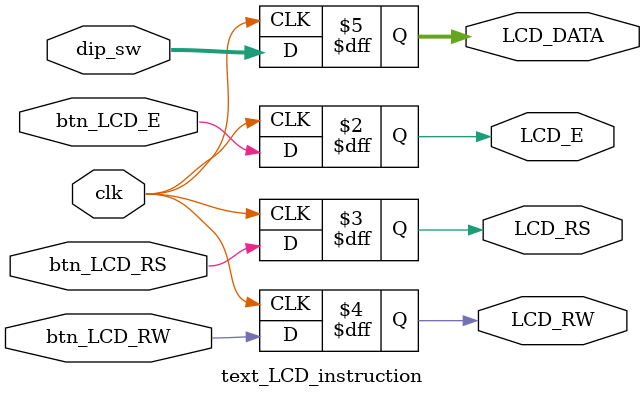
<source format=v>
module text_LCD_instruction(clk, btn_LCD_E, btn_LCD_RS, btn_LCD_RW, dip_sw, LCD_E, LCD_RS, LCD_RW, LCD_DATA);

input clk;

input btn_LCD_E;
input btn_LCD_RS;
input btn_LCD_RW;
input [7:0] dip_sw;

output reg LCD_E, LCD_RS, LCD_RW;
output reg [7:0] LCD_DATA;
          
always @(posedge clk) {LCD_E, LCD_RS, LCD_RW, LCD_DATA} <= {btn_LCD_E, btn_LCD_RS, btn_LCD_RW, dip_sw};
 
endmodule

</source>
